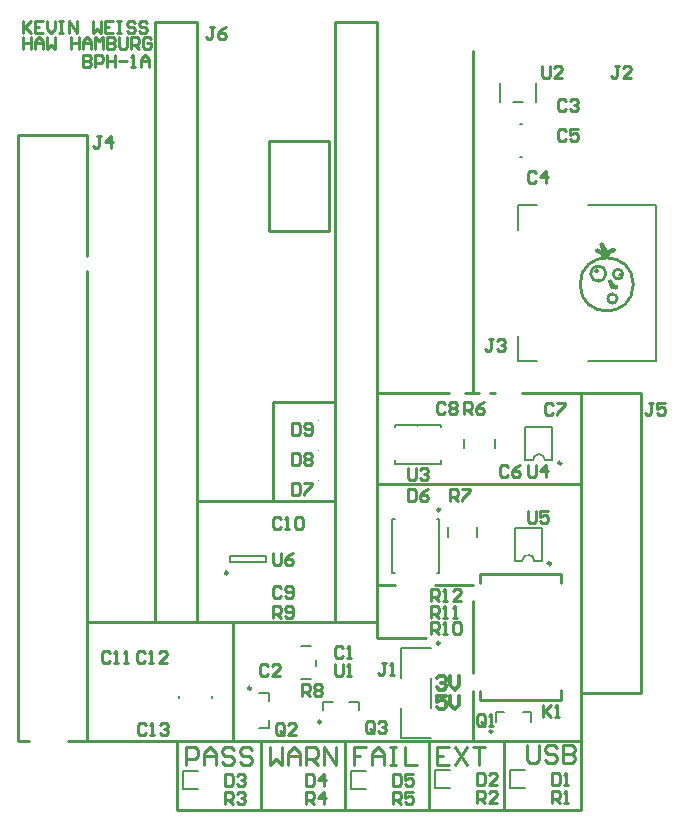
<source format=gto>
G04 Layer_Color=15132400*
%FSLAX25Y25*%
%MOIN*%
G70*
G01*
G75*
%ADD41C,0.01000*%
%ADD43C,0.01500*%
%ADD44C,0.01200*%
%ADD52C,0.00984*%
%ADD53C,0.00787*%
%ADD54C,0.00394*%
%ADD55C,0.00800*%
%ADD56C,0.00600*%
%ADD57C,0.00700*%
D41*
X283996Y218500D02*
G03*
X283996Y218504I502J5D01*
G01*
X244500Y158500D02*
G03*
X244500Y158500I-500J0D01*
G01*
X280496Y185000D02*
G03*
X280496Y185004I502J5D01*
G01*
X303556Y273400D02*
G03*
X303556Y273400I-1556J0D01*
G01*
X304524Y281300D02*
G03*
X304524Y281300I-224J0D01*
G01*
X305512Y281500D02*
G03*
X305512Y281500I-1612J0D01*
G01*
X297224Y282600D02*
G03*
X297224Y282600I-424J0D01*
G01*
X299855Y281700D02*
G03*
X299855Y281700I-2555J0D01*
G01*
X308973Y278100D02*
G03*
X308973Y278100I-8873J0D01*
G01*
X258000Y178500D02*
Y181500D01*
X285000Y178500D02*
Y181500D01*
Y139500D02*
Y143000D01*
X258000Y139500D02*
X285000D01*
X258000D02*
Y142500D01*
Y181500D02*
X285000D01*
X311500Y142000D02*
Y242000D01*
X291500Y142000D02*
Y242000D01*
Y142000D02*
X311500D01*
X291500Y242000D02*
X311500D01*
X149500Y165500D02*
Y365500D01*
Y165500D02*
X163500D01*
Y365500D01*
X149500D02*
X163500D01*
X195000Y326000D02*
X207500D01*
X187500D02*
X200000D01*
X187500Y296000D02*
Y326000D01*
Y296000D02*
X207500D01*
Y326000D01*
X209500Y365500D02*
X223500D01*
Y165500D02*
Y365500D01*
X209500Y165500D02*
X223500D01*
X209500D02*
Y365500D01*
X255500Y242000D02*
Y356000D01*
X291500Y103000D02*
Y142500D01*
X157000Y103000D02*
X291500D01*
X223500Y242000D02*
X247700D01*
X223500Y211500D02*
X291500D01*
X243000Y178000D02*
X255500D01*
X223500D02*
X229500D01*
X255500Y148500D02*
Y172500D01*
Y126000D02*
Y142500D01*
X127000Y165500D02*
X223500D01*
X157000Y103000D02*
Y126000D01*
X291500D01*
X185000Y103000D02*
Y126000D01*
X213000Y103000D02*
Y126000D01*
X241000Y103000D02*
Y126000D01*
X266000Y103000D02*
Y126000D01*
X175500D02*
Y165500D01*
X163765Y206000D02*
X209500D01*
X127000Y126000D02*
Y165500D01*
Y126000D02*
X166500D01*
X223500Y160300D02*
Y166500D01*
Y160300D02*
X240000D01*
X188900Y206065D02*
Y238900D01*
X209500D01*
X252800Y242000D02*
X257500D01*
X261300D02*
X263000D01*
X271800D02*
X296000D01*
X103800Y328000D02*
X127000D01*
X103800Y126000D02*
Y328000D01*
X127000Y165000D02*
Y282500D01*
Y287500D02*
Y328000D01*
X104000Y126000D02*
X107500D01*
X120500D02*
X160000D01*
X188765Y188499D02*
Y185167D01*
X189432Y184500D01*
X190764D01*
X191431Y185167D01*
Y188499D01*
X195430D02*
X194097Y187832D01*
X192764Y186499D01*
Y185167D01*
X193430Y184500D01*
X194763D01*
X195430Y185167D01*
Y185833D01*
X194763Y186499D01*
X192764D01*
X209500Y151499D02*
Y148167D01*
X210166Y147500D01*
X211499D01*
X212166Y148167D01*
Y151499D01*
X213499Y147500D02*
X214832D01*
X214165D01*
Y151499D01*
X213499Y150832D01*
X278500Y350999D02*
Y347666D01*
X279166Y347000D01*
X280499D01*
X281166Y347666D01*
Y350999D01*
X285164Y347000D02*
X282499D01*
X285164Y349666D01*
Y350332D01*
X284498Y350999D01*
X283165D01*
X282499Y350332D01*
X234000Y216999D02*
Y213666D01*
X234666Y213000D01*
X235999D01*
X236666Y213666D01*
Y216999D01*
X237999Y216332D02*
X238665Y216999D01*
X239998D01*
X240665Y216332D01*
Y215666D01*
X239998Y214999D01*
X239332D01*
X239998D01*
X240665Y214333D01*
Y213666D01*
X239998Y213000D01*
X238665D01*
X237999Y213666D01*
X248000Y206000D02*
Y209999D01*
X249999D01*
X250666Y209332D01*
Y207999D01*
X249999Y207333D01*
X248000D01*
X249333D02*
X250666Y206000D01*
X251999Y209999D02*
X254664D01*
Y209332D01*
X251999Y206666D01*
Y206000D01*
X252500Y235000D02*
Y238999D01*
X254499D01*
X255166Y238332D01*
Y236999D01*
X254499Y236333D01*
X252500D01*
X253833D02*
X255166Y235000D01*
X259165Y238999D02*
X257832Y238332D01*
X256499Y236999D01*
Y235666D01*
X257165Y235000D01*
X258498D01*
X259165Y235666D01*
Y236333D01*
X258498Y236999D01*
X256499D01*
X198500Y141000D02*
Y144999D01*
X200499D01*
X201166Y144332D01*
Y142999D01*
X200499Y142333D01*
X198500D01*
X199833D02*
X201166Y141000D01*
X202499Y144332D02*
X203165Y144999D01*
X204498D01*
X205165Y144332D01*
Y143666D01*
X204498Y142999D01*
X205165Y142333D01*
Y141666D01*
X204498Y141000D01*
X203165D01*
X202499Y141666D01*
Y142333D01*
X203165Y142999D01*
X202499Y143666D01*
Y144332D01*
X203165Y142999D02*
X204498D01*
X134666Y155332D02*
X133999Y155999D01*
X132667D01*
X132000Y155332D01*
Y152666D01*
X132667Y152000D01*
X133999D01*
X134666Y152666D01*
X135999Y152000D02*
X137332D01*
X136665D01*
Y155999D01*
X135999Y155332D01*
X139331Y152000D02*
X140664D01*
X139997D01*
Y155999D01*
X139331Y155332D01*
X274000Y217999D02*
Y214666D01*
X274666Y214000D01*
X275999D01*
X276666Y214666D01*
Y217999D01*
X279998Y214000D02*
Y217999D01*
X277999Y215999D01*
X280664D01*
X226666Y151999D02*
X225333D01*
X225999D01*
Y148667D01*
X225333Y148000D01*
X224666D01*
X224000Y148667D01*
X227999Y148000D02*
X229332D01*
X228665D01*
Y151999D01*
X227999Y151332D01*
X279000Y137999D02*
Y134000D01*
Y135333D01*
X281666Y137999D01*
X279666Y135999D01*
X281666Y134000D01*
X282999D02*
X284332D01*
X283665D01*
Y137999D01*
X282999Y137332D01*
X192666Y128666D02*
Y131332D01*
X191999Y131999D01*
X190666D01*
X190000Y131332D01*
Y128666D01*
X190666Y128000D01*
X191999D01*
X191333Y129333D02*
X192666Y128000D01*
X191999D02*
X192666Y128666D01*
X196665Y128000D02*
X193999D01*
X196665Y130666D01*
Y131332D01*
X195998Y131999D01*
X194665D01*
X193999Y131332D01*
X200000Y114999D02*
Y111000D01*
X201999D01*
X202666Y111667D01*
Y114332D01*
X201999Y114999D01*
X200000D01*
X205998Y111000D02*
Y114999D01*
X203999Y112999D01*
X206664D01*
X304166Y350999D02*
X302833D01*
X303499D01*
Y347666D01*
X302833Y347000D01*
X302166D01*
X301500Y347666D01*
X308165Y347000D02*
X305499D01*
X308165Y349666D01*
Y350332D01*
X307498Y350999D01*
X306165D01*
X305499Y350332D01*
X131666Y327499D02*
X130333D01*
X130999D01*
Y324166D01*
X130333Y323500D01*
X129666D01*
X129000Y324166D01*
X134998Y323500D02*
Y327499D01*
X132999Y325499D01*
X135664D01*
X262166Y259999D02*
X260833D01*
X261499D01*
Y256666D01*
X260833Y256000D01*
X260166D01*
X259500Y256666D01*
X263499Y259332D02*
X264165Y259999D01*
X265498D01*
X266164Y259332D01*
Y258666D01*
X265498Y257999D01*
X264832D01*
X265498D01*
X266164Y257333D01*
Y256666D01*
X265498Y256000D01*
X264165D01*
X263499Y256666D01*
X195228Y211999D02*
Y208000D01*
X197228D01*
X197894Y208666D01*
Y211332D01*
X197228Y211999D01*
X195228D01*
X199227D02*
X201893D01*
Y211332D01*
X199227Y208666D01*
Y208000D01*
X222666Y129166D02*
Y131832D01*
X221999Y132499D01*
X220666D01*
X220000Y131832D01*
Y129166D01*
X220666Y128500D01*
X221999D01*
X221333Y129833D02*
X222666Y128500D01*
X221999D02*
X222666Y129166D01*
X223999Y131832D02*
X224665Y132499D01*
X225998D01*
X226664Y131832D01*
Y131166D01*
X225998Y130499D01*
X225332D01*
X225998D01*
X226664Y129833D01*
Y129166D01*
X225998Y128500D01*
X224665D01*
X223999Y129166D01*
X234000Y209999D02*
Y206000D01*
X235999D01*
X236666Y206666D01*
Y209332D01*
X235999Y209999D01*
X234000D01*
X240665D02*
X239332Y209332D01*
X237999Y207999D01*
Y206666D01*
X238665Y206000D01*
X239998D01*
X240665Y206666D01*
Y207333D01*
X239998Y207999D01*
X237999D01*
X315666Y238499D02*
X314333D01*
X314999D01*
Y235166D01*
X314333Y234500D01*
X313666D01*
X313000Y235166D01*
X319665Y238499D02*
X316999D01*
Y236499D01*
X318332Y237166D01*
X318998D01*
X319665Y236499D01*
Y235166D01*
X318998Y234500D01*
X317665D01*
X316999Y235166D01*
X229000Y114999D02*
Y111000D01*
X230999D01*
X231666Y111667D01*
Y114332D01*
X230999Y114999D01*
X229000D01*
X235665D02*
X232999D01*
Y112999D01*
X234332Y113666D01*
X234998D01*
X235665Y112999D01*
Y111667D01*
X234998Y111000D01*
X233665D01*
X232999Y111667D01*
X146166Y155332D02*
X145499Y155999D01*
X144167D01*
X143500Y155332D01*
Y152666D01*
X144167Y152000D01*
X145499D01*
X146166Y152666D01*
X147499Y152000D02*
X148832D01*
X148165D01*
Y155999D01*
X147499Y155332D01*
X153497Y152000D02*
X150831D01*
X153497Y154666D01*
Y155332D01*
X152830Y155999D01*
X151497D01*
X150831Y155332D01*
X146666Y131332D02*
X145999Y131999D01*
X144667D01*
X144000Y131332D01*
Y128666D01*
X144667Y128000D01*
X145999D01*
X146666Y128666D01*
X147999Y128000D02*
X149332D01*
X148665D01*
Y131999D01*
X147999Y131332D01*
X151331D02*
X151997Y131999D01*
X153330D01*
X153997Y131332D01*
Y130666D01*
X153330Y129999D01*
X152664D01*
X153330D01*
X153997Y129333D01*
Y128666D01*
X153330Y128000D01*
X151997D01*
X151331Y128666D01*
X169166Y363999D02*
X167833D01*
X168499D01*
Y360666D01*
X167833Y360000D01*
X167166D01*
X166500Y360666D01*
X173164Y363999D02*
X171832Y363332D01*
X170499Y361999D01*
Y360666D01*
X171165Y360000D01*
X172498D01*
X173164Y360666D01*
Y361333D01*
X172498Y361999D01*
X170499D01*
X246166Y238332D02*
X245499Y238999D01*
X244166D01*
X243500Y238332D01*
Y235666D01*
X244166Y235000D01*
X245499D01*
X246166Y235666D01*
X247499Y238332D02*
X248165Y238999D01*
X249498D01*
X250165Y238332D01*
Y237666D01*
X249498Y236999D01*
X250165Y236333D01*
Y235666D01*
X249498Y235000D01*
X248165D01*
X247499Y235666D01*
Y236333D01*
X248165Y236999D01*
X247499Y237666D01*
Y238332D01*
X248165Y236999D02*
X249498D01*
X282166Y237832D02*
X281499Y238499D01*
X280166D01*
X279500Y237832D01*
Y235166D01*
X280166Y234500D01*
X281499D01*
X282166Y235166D01*
X283499Y238499D02*
X286164D01*
Y237832D01*
X283499Y235166D01*
Y234500D01*
X267166Y217332D02*
X266499Y217999D01*
X265166D01*
X264500Y217332D01*
Y214666D01*
X265166Y214000D01*
X266499D01*
X267166Y214666D01*
X271164Y217999D02*
X269832Y217332D01*
X268499Y215999D01*
Y214666D01*
X269165Y214000D01*
X270498D01*
X271164Y214666D01*
Y215333D01*
X270498Y215999D01*
X268499D01*
X286666Y339332D02*
X285999Y339999D01*
X284666D01*
X284000Y339332D01*
Y336666D01*
X284666Y336000D01*
X285999D01*
X286666Y336666D01*
X287999Y339332D02*
X288665Y339999D01*
X289998D01*
X290665Y339332D01*
Y338666D01*
X289998Y337999D01*
X289332D01*
X289998D01*
X290665Y337333D01*
Y336666D01*
X289998Y336000D01*
X288665D01*
X287999Y336666D01*
X276666Y315332D02*
X275999Y315999D01*
X274666D01*
X274000Y315332D01*
Y312666D01*
X274666Y312000D01*
X275999D01*
X276666Y312666D01*
X279998Y312000D02*
Y315999D01*
X277999Y313999D01*
X280664D01*
X286666Y329332D02*
X285999Y329999D01*
X284666D01*
X284000Y329332D01*
Y326666D01*
X284666Y326000D01*
X285999D01*
X286666Y326666D01*
X290665Y329999D02*
X287999D01*
Y327999D01*
X289332Y328666D01*
X289998D01*
X290665Y327999D01*
Y326666D01*
X289998Y326000D01*
X288665D01*
X287999Y326666D01*
X187166Y150832D02*
X186499Y151499D01*
X185167D01*
X184500Y150832D01*
Y148167D01*
X185167Y147500D01*
X186499D01*
X187166Y148167D01*
X191165Y147500D02*
X188499D01*
X191165Y150166D01*
Y150832D01*
X190498Y151499D01*
X189165D01*
X188499Y150832D01*
X212166Y156832D02*
X211499Y157499D01*
X210166D01*
X209500Y156832D01*
Y154166D01*
X210166Y153500D01*
X211499D01*
X212166Y154166D01*
X213499Y153500D02*
X214832D01*
X214165D01*
Y157499D01*
X213499Y156832D01*
X191431Y199832D02*
X190764Y200499D01*
X189432D01*
X188765Y199832D01*
Y197167D01*
X189432Y196500D01*
X190764D01*
X191431Y197167D01*
X192764Y196500D02*
X194097D01*
X193430D01*
Y200499D01*
X192764Y199832D01*
X196096D02*
X196763Y200499D01*
X198095D01*
X198762Y199832D01*
Y197167D01*
X198095Y196500D01*
X196763D01*
X196096Y197167D01*
Y199832D01*
X191431Y176832D02*
X190764Y177499D01*
X189432D01*
X188765Y176832D01*
Y174167D01*
X189432Y173500D01*
X190764D01*
X191431Y174167D01*
X192764D02*
X193430Y173500D01*
X194763D01*
X195430Y174167D01*
Y176832D01*
X194763Y177499D01*
X193430D01*
X192764Y176832D01*
Y176166D01*
X193430Y175499D01*
X195430D01*
X195228Y231999D02*
Y228000D01*
X197228D01*
X197894Y228666D01*
Y231332D01*
X197228Y231999D01*
X195228D01*
X199227Y228666D02*
X199893Y228000D01*
X201226D01*
X201893Y228666D01*
Y231332D01*
X201226Y231999D01*
X199893D01*
X199227Y231332D01*
Y230666D01*
X199893Y229999D01*
X201893D01*
X195228Y221999D02*
Y218000D01*
X197228D01*
X197894Y218666D01*
Y221332D01*
X197228Y221999D01*
X195228D01*
X199227Y221332D02*
X199893Y221999D01*
X201226D01*
X201893Y221332D01*
Y220666D01*
X201226Y219999D01*
X201893Y219333D01*
Y218666D01*
X201226Y218000D01*
X199893D01*
X199227Y218666D01*
Y219333D01*
X199893Y219999D01*
X199227Y220666D01*
Y221332D01*
X199893Y219999D02*
X201226D01*
X281851Y115148D02*
Y111149D01*
X283850D01*
X284516Y111816D01*
Y114482D01*
X283850Y115148D01*
X281851D01*
X285849Y111149D02*
X287182D01*
X286516D01*
Y115148D01*
X285849Y114482D01*
X256851Y115148D02*
Y111149D01*
X258850D01*
X259516Y111816D01*
Y114482D01*
X258850Y115148D01*
X256851D01*
X263515Y111149D02*
X260849D01*
X263515Y113815D01*
Y114482D01*
X262849Y115148D01*
X261516D01*
X260849Y114482D01*
X173000Y114999D02*
Y111000D01*
X174999D01*
X175666Y111667D01*
Y114332D01*
X174999Y114999D01*
X173000D01*
X176999Y114332D02*
X177665Y114999D01*
X178998D01*
X179665Y114332D01*
Y113666D01*
X178998Y112999D01*
X178332D01*
X178998D01*
X179665Y112333D01*
Y111667D01*
X178998Y111000D01*
X177665D01*
X176999Y111667D01*
X259666Y131667D02*
Y134332D01*
X258999Y134999D01*
X257666D01*
X257000Y134332D01*
Y131667D01*
X257666Y131000D01*
X258999D01*
X258333Y132333D02*
X259666Y131000D01*
X258999D02*
X259666Y131667D01*
X260999Y131000D02*
X262332D01*
X261665D01*
Y134999D01*
X260999Y134332D01*
X241500Y172500D02*
Y176499D01*
X243499D01*
X244166Y175832D01*
Y174499D01*
X243499Y173833D01*
X241500D01*
X242833D02*
X244166Y172500D01*
X245499D02*
X246832D01*
X246165D01*
Y176499D01*
X245499Y175832D01*
X251497Y172500D02*
X248831D01*
X251497Y175166D01*
Y175832D01*
X250830Y176499D01*
X249497D01*
X248831Y175832D01*
X241500Y167000D02*
Y170999D01*
X243499D01*
X244166Y170332D01*
Y168999D01*
X243499Y168333D01*
X241500D01*
X242833D02*
X244166Y167000D01*
X245499D02*
X246832D01*
X246165D01*
Y170999D01*
X245499Y170332D01*
X248831Y167000D02*
X250164D01*
X249497D01*
Y170999D01*
X248831Y170332D01*
X241500Y161500D02*
Y165499D01*
X243499D01*
X244166Y164832D01*
Y163499D01*
X243499Y162833D01*
X241500D01*
X242833D02*
X244166Y161500D01*
X245499D02*
X246832D01*
X246165D01*
Y165499D01*
X245499Y164832D01*
X248831D02*
X249497Y165499D01*
X250830D01*
X251497Y164832D01*
Y162167D01*
X250830Y161500D01*
X249497D01*
X248831Y162167D01*
Y164832D01*
X189000Y167000D02*
Y170999D01*
X190999D01*
X191666Y170332D01*
Y168999D01*
X190999Y168333D01*
X189000D01*
X190333D02*
X191666Y167000D01*
X192999Y167666D02*
X193665Y167000D01*
X194998D01*
X195665Y167666D01*
Y170332D01*
X194998Y170999D01*
X193665D01*
X192999Y170332D01*
Y169666D01*
X193665Y168999D01*
X195665D01*
X281851Y105149D02*
Y109148D01*
X283850D01*
X284516Y108482D01*
Y107149D01*
X283850Y106482D01*
X281851D01*
X283184D02*
X284516Y105149D01*
X285849D02*
X287182D01*
X286516D01*
Y109148D01*
X285849Y108482D01*
X256851Y105149D02*
Y109148D01*
X258850D01*
X259516Y108482D01*
Y107149D01*
X258850Y106482D01*
X256851D01*
X258184D02*
X259516Y105149D01*
X263515D02*
X260849D01*
X263515Y107815D01*
Y108482D01*
X262849Y109148D01*
X261516D01*
X260849Y108482D01*
X173000Y105000D02*
Y108999D01*
X174999D01*
X175666Y108332D01*
Y106999D01*
X174999Y106333D01*
X173000D01*
X174333D02*
X175666Y105000D01*
X176999Y108332D02*
X177665Y108999D01*
X178998D01*
X179665Y108332D01*
Y107666D01*
X178998Y106999D01*
X178332D01*
X178998D01*
X179665Y106333D01*
Y105666D01*
X178998Y105000D01*
X177665D01*
X176999Y105666D01*
X200000Y105000D02*
Y108999D01*
X201999D01*
X202666Y108332D01*
Y106999D01*
X201999Y106333D01*
X200000D01*
X201333D02*
X202666Y105000D01*
X205998D02*
Y108999D01*
X203999Y106999D01*
X206664D01*
X229000Y105000D02*
Y108999D01*
X230999D01*
X231666Y108332D01*
Y106999D01*
X230999Y106333D01*
X229000D01*
X230333D02*
X231666Y105000D01*
X235665Y108999D02*
X232999D01*
Y106999D01*
X234332Y107666D01*
X234998D01*
X235665Y106999D01*
Y105666D01*
X234998Y105000D01*
X233665D01*
X232999Y105666D01*
X274000Y202499D02*
Y199167D01*
X274666Y198500D01*
X275999D01*
X276666Y199167D01*
Y202499D01*
X280664D02*
X277999D01*
Y200499D01*
X279332Y201166D01*
X279998D01*
X280664Y200499D01*
Y199167D01*
X279998Y198500D01*
X278665D01*
X277999Y199167D01*
X219999Y123998D02*
X216000D01*
Y120999D01*
X217999D01*
X216000D01*
Y118000D01*
X221998D02*
Y121999D01*
X223997Y123998D01*
X225997Y121999D01*
Y118000D01*
Y120999D01*
X221998D01*
X227996Y123998D02*
X229995D01*
X228996D01*
Y118000D01*
X227996D01*
X229995D01*
X232995Y123998D02*
Y118000D01*
X236993D01*
X273500Y124498D02*
Y119500D01*
X274500Y118500D01*
X276499D01*
X277499Y119500D01*
Y124498D01*
X283497Y123498D02*
X282497Y124498D01*
X280498D01*
X279498Y123498D01*
Y122499D01*
X280498Y121499D01*
X282497D01*
X283497Y120499D01*
Y119500D01*
X282497Y118500D01*
X280498D01*
X279498Y119500D01*
X285496Y124498D02*
Y118500D01*
X288495D01*
X289495Y119500D01*
Y120499D01*
X288495Y121499D01*
X285496D01*
X288495D01*
X289495Y122499D01*
Y123498D01*
X288495Y124498D01*
X285496D01*
X188000Y123998D02*
Y118000D01*
X189999Y119999D01*
X191999Y118000D01*
Y123998D01*
X193998Y118000D02*
Y121999D01*
X195997Y123998D01*
X197997Y121999D01*
Y118000D01*
Y120999D01*
X193998D01*
X199996Y118000D02*
Y123998D01*
X202995D01*
X203995Y122998D01*
Y120999D01*
X202995Y119999D01*
X199996D01*
X201995D02*
X203995Y118000D01*
X205994D02*
Y123998D01*
X209993Y118000D01*
Y123998D01*
X160000Y118000D02*
Y123998D01*
X162999D01*
X163999Y122998D01*
Y120999D01*
X162999Y119999D01*
X160000D01*
X165998Y118000D02*
Y121999D01*
X167997Y123998D01*
X169997Y121999D01*
Y118000D01*
Y120999D01*
X165998D01*
X175995Y122998D02*
X174995Y123998D01*
X172996D01*
X171996Y122998D01*
Y121999D01*
X172996Y120999D01*
X174995D01*
X175995Y119999D01*
Y119000D01*
X174995Y118000D01*
X172996D01*
X171996Y119000D01*
X181993Y122998D02*
X180993Y123998D01*
X178994D01*
X177994Y122998D01*
Y121999D01*
X178994Y120999D01*
X180993D01*
X181993Y119999D01*
Y119000D01*
X180993Y118000D01*
X178994D01*
X177994Y119000D01*
X247499Y123998D02*
X243500D01*
Y118000D01*
X247499D01*
X243500Y120999D02*
X245499D01*
X249498Y123998D02*
X253497Y118000D01*
Y123998D02*
X249498Y118000D01*
X255496Y123998D02*
X259495D01*
X257495D01*
Y118000D01*
X105500Y365999D02*
Y362000D01*
Y363333D01*
X108166Y365999D01*
X106167Y363999D01*
X108166Y362000D01*
X112164Y365999D02*
X109499D01*
Y362000D01*
X112164D01*
X109499Y363999D02*
X110832D01*
X113497Y365999D02*
Y363333D01*
X114830Y362000D01*
X116163Y363333D01*
Y365999D01*
X117496D02*
X118829D01*
X118163D01*
Y362000D01*
X117496D01*
X118829D01*
X120828D02*
Y365999D01*
X123494Y362000D01*
Y365999D01*
X128826D02*
Y362000D01*
X130159Y363333D01*
X131492Y362000D01*
Y365999D01*
X135490D02*
X132825D01*
Y362000D01*
X135490D01*
X132825Y363999D02*
X134157D01*
X136823Y365999D02*
X138156D01*
X137490D01*
Y362000D01*
X136823D01*
X138156D01*
X142821Y365332D02*
X142155Y365999D01*
X140822D01*
X140155Y365332D01*
Y364666D01*
X140822Y363999D01*
X142155D01*
X142821Y363333D01*
Y362666D01*
X142155Y362000D01*
X140822D01*
X140155Y362666D01*
X146820Y365332D02*
X146153Y365999D01*
X144821D01*
X144154Y365332D01*
Y364666D01*
X144821Y363999D01*
X146153D01*
X146820Y363333D01*
Y362666D01*
X146153Y362000D01*
X144821D01*
X144154Y362666D01*
X105500Y360499D02*
Y356500D01*
Y358499D01*
X108166D01*
Y360499D01*
Y356500D01*
X109499D02*
Y359166D01*
X110832Y360499D01*
X112164Y359166D01*
Y356500D01*
Y358499D01*
X109499D01*
X113497Y360499D02*
Y356500D01*
X114830Y357833D01*
X116163Y356500D01*
Y360499D01*
X121495D02*
Y356500D01*
Y358499D01*
X124161D01*
Y360499D01*
Y356500D01*
X125494D02*
Y359166D01*
X126826Y360499D01*
X128159Y359166D01*
Y356500D01*
Y358499D01*
X125494D01*
X129492Y356500D02*
Y360499D01*
X130825Y359166D01*
X132158Y360499D01*
Y356500D01*
X133491Y360499D02*
Y356500D01*
X135490D01*
X136157Y357166D01*
Y357833D01*
X135490Y358499D01*
X133491D01*
X135490D01*
X136157Y359166D01*
Y359832D01*
X135490Y360499D01*
X133491D01*
X137490D02*
Y357166D01*
X138156Y356500D01*
X139489D01*
X140155Y357166D01*
Y360499D01*
X141488Y356500D02*
Y360499D01*
X143488D01*
X144154Y359832D01*
Y358499D01*
X143488Y357833D01*
X141488D01*
X142821D02*
X144154Y356500D01*
X148153Y359832D02*
X147486Y360499D01*
X146153D01*
X145487Y359832D01*
Y357166D01*
X146153Y356500D01*
X147486D01*
X148153Y357166D01*
Y358499D01*
X146820D01*
X125500Y354499D02*
Y350500D01*
X127499D01*
X128166Y351166D01*
Y351833D01*
X127499Y352499D01*
X125500D01*
X127499D01*
X128166Y353166D01*
Y353832D01*
X127499Y354499D01*
X125500D01*
X129499Y350500D02*
Y354499D01*
X131498D01*
X132165Y353832D01*
Y352499D01*
X131498Y351833D01*
X129499D01*
X133497Y354499D02*
Y350500D01*
Y352499D01*
X136163D01*
Y354499D01*
Y350500D01*
X137496Y352499D02*
X140162D01*
X141495Y350500D02*
X142828D01*
X142161D01*
Y354499D01*
X141495Y353832D01*
X144827Y350500D02*
Y353166D01*
X146160Y354499D01*
X147493Y353166D01*
Y350500D01*
Y352499D01*
X144827D01*
D43*
X298534Y288666D02*
G03*
X297003Y289300I-1531J-1531D01*
G01*
X299100Y287300D02*
G03*
X298534Y288666I-1931J0D01*
G01*
X299100Y289851D02*
G03*
X298500Y291300I-2049J0D01*
G01*
X302339Y289500D02*
G03*
X300736Y288836I0J-2266D01*
G01*
D02*
G03*
X300100Y287300I1536J-1536D01*
G01*
X301905Y277695D02*
G03*
X303100Y277200I1195J1195D01*
G01*
X301300Y279000D02*
G03*
X301795Y277805I1690J0D01*
G01*
X299100Y287300D02*
Y289851D01*
X301795Y277805D02*
X301905Y277695D01*
D44*
X246499Y140999D02*
X243500D01*
Y138749D01*
X245000Y139499D01*
X245749D01*
X246499Y138749D01*
Y137250D01*
X245749Y136500D01*
X244250D01*
X243500Y137250D01*
X247998Y140999D02*
Y137999D01*
X249498Y136500D01*
X250998Y137999D01*
Y140999D01*
X243500Y146749D02*
X244250Y147499D01*
X245749D01*
X246499Y146749D01*
Y145999D01*
X245749Y145249D01*
X245000D01*
X245749D01*
X246499Y144500D01*
Y143750D01*
X245749Y143000D01*
X244250D01*
X243500Y143750D01*
X247998Y147499D02*
Y144500D01*
X249498Y143000D01*
X250998Y144500D01*
Y147499D01*
D52*
X173807Y181930D02*
G03*
X173807Y181930I-492J0D01*
G01*
X181555Y143480D02*
G03*
X181555Y143480I-492J0D01*
G01*
X204906Y132260D02*
G03*
X204906Y132260I-492J0D01*
G01*
X244557Y202966D02*
G03*
X244557Y202966I-492J0D01*
G01*
X262012Y129063D02*
G03*
X262012Y129063I-492J0D01*
G01*
D53*
X236669Y231362D02*
G03*
X237653Y231362I492J0D01*
G01*
X279500Y219500D02*
G03*
X277500Y221500I-2000J0D01*
G01*
X277500Y221500D02*
G03*
X275500Y219500I0J-2000D01*
G01*
X276000Y186000D02*
G03*
X274000Y188000I-2000J0D01*
G01*
X274000Y188000D02*
G03*
X272000Y186000I0J-2000D01*
G01*
X174398Y185670D02*
Y187639D01*
X186602Y185670D02*
Y187639D01*
X174398Y185670D02*
X186602D01*
X174398Y187639D02*
X186602D01*
X229681Y231362D02*
X236669D01*
X237653D02*
X245035D01*
X229681Y218370D02*
X245035D01*
X229681D02*
Y219551D01*
X245035Y218370D02*
Y219551D01*
X229681Y230575D02*
Y231362D01*
X245035Y230575D02*
Y231362D01*
X256921Y193925D02*
Y197075D01*
X247079Y193925D02*
Y197075D01*
X252610Y223569D02*
Y226719D01*
X262847Y223569D02*
Y226719D01*
X282000Y219500D02*
Y230500D01*
X273000D02*
X282000D01*
X273000Y219500D02*
Y230500D01*
Y219500D02*
X275500D01*
X279500D02*
X282000D01*
X231500Y127000D02*
X241500D01*
X231500D02*
Y137000D01*
X241500D02*
Y147000D01*
X231500D02*
Y157000D01*
X241500D01*
X187559Y130252D02*
Y132851D01*
X184350Y130252D02*
X187559D01*
Y139150D02*
Y141748D01*
X184350D02*
X187559D01*
X205595Y136394D02*
Y138756D01*
X208744D01*
X217406Y136394D02*
Y138756D01*
X214256D02*
X217406D01*
X244374Y181945D02*
Y200055D01*
X228626Y181945D02*
Y200055D01*
X243474D02*
X244374D01*
X243474Y181945D02*
X244374D01*
X228626Y200055D02*
X229526D01*
X228626Y181945D02*
X229526D01*
X215000Y110000D02*
X220000D01*
X215000D02*
Y116000D01*
X220000D01*
X157488Y140106D02*
Y140894D01*
X168512Y140106D02*
Y140894D01*
X271106Y320488D02*
X271894D01*
X271106Y331512D02*
X271894D01*
X267851Y110149D02*
X272851D01*
X267851D02*
Y116149D01*
X272851D01*
X242851Y110149D02*
X247851D01*
X242851D02*
Y116149D01*
X247851D01*
X159000Y110000D02*
X164000D01*
X159000D02*
Y116000D01*
X164000D01*
X272150Y135559D02*
X274748D01*
Y132350D02*
Y135559D01*
X263252D02*
X265850D01*
X263252Y132350D02*
Y135559D01*
X278500Y186000D02*
Y197000D01*
X269500D02*
X278500D01*
X269500Y186000D02*
Y197000D01*
Y186000D02*
X272000D01*
X276000D02*
X278500D01*
D54*
X204153Y212862D02*
G03*
X204153Y212862I-197J0D01*
G01*
Y232862D02*
G03*
X204153Y232862I-197J0D01*
G01*
Y222862D02*
G03*
X204153Y222862I-197J0D01*
G01*
D55*
X198309Y146400D02*
X201691D01*
X198309Y157600D02*
X201691D01*
X203191Y150943D02*
Y153057D01*
D56*
X264500Y338809D02*
Y345200D01*
X276500Y338800D02*
Y345191D01*
X268900Y338800D02*
X272100D01*
D57*
X294000Y252516D02*
X316500D01*
Y304484D01*
X294000D02*
X316500D01*
X270539Y296217D02*
Y304484D01*
X277000D01*
X270539Y252516D02*
Y260784D01*
Y252516D02*
X277000D01*
M02*

</source>
